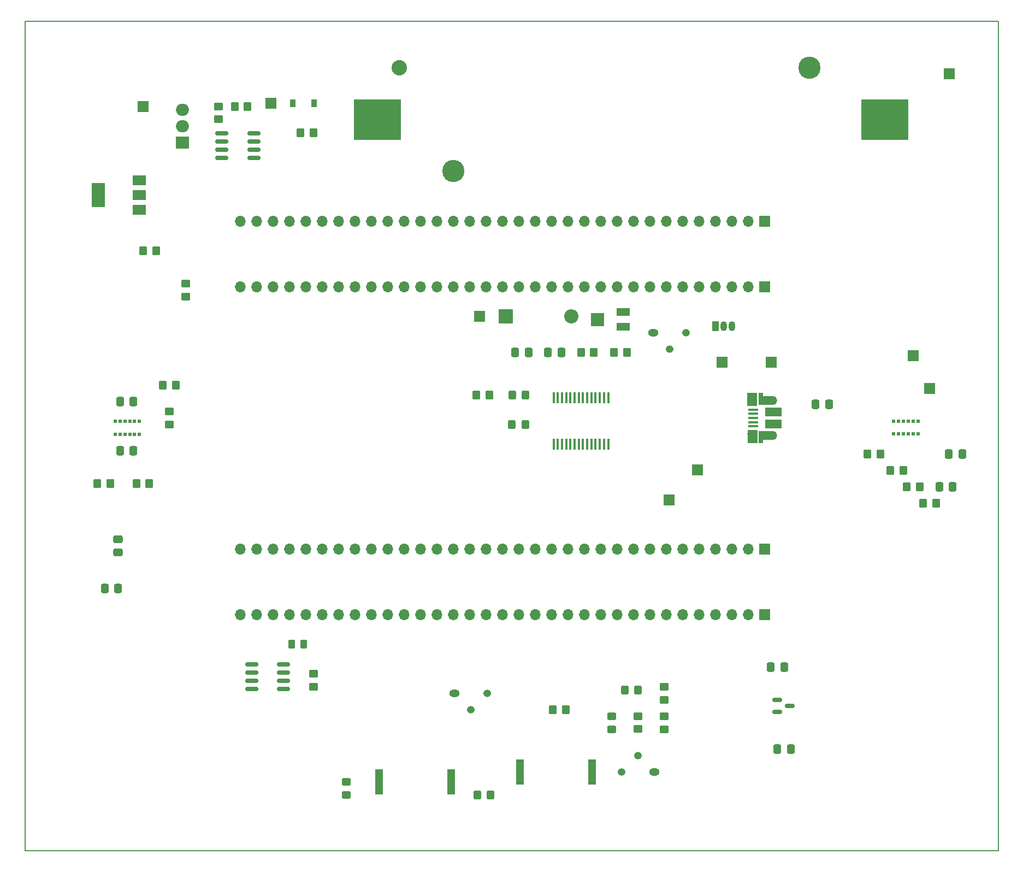
<source format=gbr>
%TF.GenerationSoftware,KiCad,Pcbnew,(6.0.2)*%
%TF.CreationDate,2022-03-20T20:15:49+02:00*%
%TF.ProjectId,main,6d61696e-2e6b-4696-9361-645f70636258,rev?*%
%TF.SameCoordinates,Original*%
%TF.FileFunction,Soldermask,Top*%
%TF.FilePolarity,Negative*%
%FSLAX46Y46*%
G04 Gerber Fmt 4.6, Leading zero omitted, Abs format (unit mm)*
G04 Created by KiCad (PCBNEW (6.0.2)) date 2022-03-20 20:15:49*
%MOMM*%
%LPD*%
G01*
G04 APERTURE LIST*
G04 Aperture macros list*
%AMRoundRect*
0 Rectangle with rounded corners*
0 $1 Rounding radius*
0 $2 $3 $4 $5 $6 $7 $8 $9 X,Y pos of 4 corners*
0 Add a 4 corners polygon primitive as box body*
4,1,4,$2,$3,$4,$5,$6,$7,$8,$9,$2,$3,0*
0 Add four circle primitives for the rounded corners*
1,1,$1+$1,$2,$3*
1,1,$1+$1,$4,$5*
1,1,$1+$1,$6,$7*
1,1,$1+$1,$8,$9*
0 Add four rect primitives between the rounded corners*
20,1,$1+$1,$2,$3,$4,$5,0*
20,1,$1+$1,$4,$5,$6,$7,0*
20,1,$1+$1,$6,$7,$8,$9,0*
20,1,$1+$1,$8,$9,$2,$3,0*%
G04 Aperture macros list end*
%TA.AperFunction,Profile*%
%ADD10C,0.200000*%
%TD*%
%ADD11R,1.700000X1.700000*%
%ADD12RoundRect,0.250000X-0.325000X-0.450000X0.325000X-0.450000X0.325000X0.450000X-0.325000X0.450000X0*%
%ADD13RoundRect,0.250000X0.475000X-0.337500X0.475000X0.337500X-0.475000X0.337500X-0.475000X-0.337500X0*%
%ADD14RoundRect,0.250000X-0.337500X-0.475000X0.337500X-0.475000X0.337500X0.475000X-0.337500X0.475000X0*%
%ADD15RoundRect,0.250000X-0.450000X0.350000X-0.450000X-0.350000X0.450000X-0.350000X0.450000X0.350000X0*%
%ADD16RoundRect,0.150000X-0.587500X-0.150000X0.587500X-0.150000X0.587500X0.150000X-0.587500X0.150000X0*%
%ADD17R,0.450000X1.750000*%
%ADD18RoundRect,0.250000X-0.350000X-0.450000X0.350000X-0.450000X0.350000X0.450000X-0.350000X0.450000X0*%
%ADD19RoundRect,0.250000X0.350000X0.450000X-0.350000X0.450000X-0.350000X-0.450000X0.350000X-0.450000X0*%
%ADD20RoundRect,0.250000X0.450000X-0.350000X0.450000X0.350000X-0.450000X0.350000X-0.450000X-0.350000X0*%
%ADD21R,2.000000X1.300000*%
%ADD22R,2.000000X2.000000*%
%ADD23R,2.000000X1.500000*%
%ADD24R,2.000000X3.800000*%
%ADD25O,1.050000X1.500000*%
%ADD26R,1.050000X1.500000*%
%ADD27O,1.700000X1.700000*%
%ADD28RoundRect,0.250000X-0.450000X0.325000X-0.450000X-0.325000X0.450000X-0.325000X0.450000X0.325000X0*%
%ADD29R,2.000000X1.905000*%
%ADD30O,2.000000X1.905000*%
%ADD31R,7.340000X6.350000*%
%ADD32C,2.390000*%
%ADD33C,3.450000*%
%ADD34R,2.000000X1.350000*%
%ADD35R,0.700000X1.825000*%
%ADD36R,1.500000X2.000000*%
%ADD37O,1.700000X1.350000*%
%ADD38R,2.500000X1.430000*%
%ADD39O,1.500000X1.100000*%
%ADD40R,1.650000X0.400000*%
%ADD41RoundRect,0.150000X-0.825000X-0.150000X0.825000X-0.150000X0.825000X0.150000X-0.825000X0.150000X0*%
%ADD42R,0.900000X1.200000*%
%ADD43RoundRect,0.250000X0.450000X-0.325000X0.450000X0.325000X-0.450000X0.325000X-0.450000X-0.325000X0*%
%ADD44O,1.200000X1.200000*%
%ADD45O,1.600000X1.200000*%
%ADD46RoundRect,0.250000X0.337500X0.475000X-0.337500X0.475000X-0.337500X-0.475000X0.337500X-0.475000X0*%
%ADD47R,1.200000X4.000000*%
%ADD48R,0.550000X0.600000*%
%ADD49RoundRect,0.250000X0.262500X0.450000X-0.262500X0.450000X-0.262500X-0.450000X0.262500X-0.450000X0*%
%ADD50R,2.200000X2.200000*%
%ADD51O,2.200000X2.200000*%
G04 APERTURE END LIST*
D10*
X210820000Y-15748000D02*
X59944000Y-15748000D01*
X59944000Y-15748000D02*
X59944000Y-144272000D01*
X59944000Y-144272000D02*
X210820000Y-144272000D01*
X210820000Y-144272000D02*
X210820000Y-15748000D01*
D11*
%TO.C,TP10*%
X203200000Y-23876000D03*
%TD*%
D12*
%TO.C,D10*%
X132089000Y-135636000D03*
X130039000Y-135636000D03*
%TD*%
D13*
%TO.C,C9*%
X74352000Y-95986500D03*
X74352000Y-98061500D03*
%TD*%
D14*
%TO.C,C7*%
X74676000Y-74676000D03*
X76751000Y-74676000D03*
%TD*%
%TO.C,C1*%
X177616000Y-115828000D03*
X175541000Y-115828000D03*
%TD*%
%TO.C,C3*%
X138013500Y-67060000D03*
X135938500Y-67060000D03*
%TD*%
D15*
%TO.C,R3*%
X89900000Y-28956000D03*
X89900000Y-30956000D03*
%TD*%
D14*
%TO.C,C5*%
X201654500Y-87884000D03*
X203729500Y-87884000D03*
%TD*%
D11*
%TO.C,TP3*%
X78216000Y-28956000D03*
%TD*%
D16*
%TO.C,U2*%
X176578500Y-120908000D03*
X176578500Y-122808000D03*
X178453500Y-121858000D03*
%TD*%
D17*
%TO.C,U8*%
X141895000Y-74128000D03*
X142545000Y-74128000D03*
X143195000Y-74128000D03*
X143845000Y-74128000D03*
X144495000Y-74128000D03*
X145145000Y-74128000D03*
X145795000Y-74128000D03*
X146445000Y-74128000D03*
X147095000Y-74128000D03*
X147745000Y-74128000D03*
X148395000Y-74128000D03*
X149045000Y-74128000D03*
X149695000Y-74128000D03*
X150345000Y-74128000D03*
X150345000Y-81328000D03*
X149695000Y-81328000D03*
X149045000Y-81328000D03*
X148395000Y-81328000D03*
X147745000Y-81328000D03*
X147095000Y-81328000D03*
X146445000Y-81328000D03*
X145795000Y-81328000D03*
X145145000Y-81328000D03*
X144495000Y-81328000D03*
X143845000Y-81328000D03*
X143195000Y-81328000D03*
X142545000Y-81328000D03*
X141895000Y-81328000D03*
%TD*%
D18*
%TO.C,R12*%
X146136000Y-67060000D03*
X148136000Y-67060000D03*
%TD*%
%TO.C,R9*%
X199152000Y-90424000D03*
X201152000Y-90424000D03*
%TD*%
%TO.C,R10*%
X77216000Y-87376000D03*
X79216000Y-87376000D03*
%TD*%
D11*
%TO.C,TP2*%
X130372000Y-61472000D03*
%TD*%
%TO.C,TP1*%
X98028000Y-28448000D03*
%TD*%
D15*
%TO.C,R22*%
X84836000Y-56404000D03*
X84836000Y-58404000D03*
%TD*%
%TO.C,R16*%
X159004000Y-125460000D03*
X159004000Y-123460000D03*
%TD*%
D19*
%TO.C,R4*%
X192532000Y-82804000D03*
X190532000Y-82804000D03*
%TD*%
D20*
%TO.C,R15*%
X158988000Y-118888000D03*
X158988000Y-120888000D03*
%TD*%
D14*
%TO.C,C6*%
X203157000Y-82804000D03*
X205232000Y-82804000D03*
%TD*%
%TO.C,C8*%
X74676000Y-82296000D03*
X76751000Y-82296000D03*
%TD*%
D21*
%TO.C,RV2*%
X152692000Y-60830000D03*
D22*
X148692000Y-61980000D03*
D21*
X152692000Y-63130000D03*
%TD*%
D23*
%TO.C,U7*%
X77642000Y-44976000D03*
X77642000Y-42676000D03*
D24*
X71342000Y-42676000D03*
D23*
X77642000Y-40376000D03*
%TD*%
D25*
%TO.C,U4*%
X169488000Y-62996000D03*
X168218000Y-62996000D03*
D26*
X166948000Y-62996000D03*
%TD*%
D11*
%TO.C,TP4*%
X167964000Y-68584000D03*
%TD*%
D19*
%TO.C,R17*%
X141748000Y-122428000D03*
X143748000Y-122428000D03*
%TD*%
D11*
%TO.C,J2*%
X174568000Y-56925000D03*
D27*
X172028000Y-56925000D03*
X169488000Y-56925000D03*
X166948000Y-56925000D03*
X164408000Y-56925000D03*
X161868000Y-56925000D03*
X159328000Y-56925000D03*
X156788000Y-56925000D03*
X154248000Y-56925000D03*
X151708000Y-56925000D03*
X149168000Y-56925000D03*
X146628000Y-56925000D03*
X144088000Y-56925000D03*
X141548000Y-56925000D03*
X139008000Y-56925000D03*
X136468000Y-56925000D03*
X133928000Y-56925000D03*
X131388000Y-56925000D03*
X128848000Y-56925000D03*
X126308000Y-56925000D03*
X123768000Y-56925000D03*
X121228000Y-56925000D03*
X118688000Y-56925000D03*
X116148000Y-56925000D03*
X113608000Y-56925000D03*
X111068000Y-56925000D03*
X108528000Y-56925000D03*
X105988000Y-56925000D03*
X103448000Y-56925000D03*
X100908000Y-56925000D03*
X98368000Y-56925000D03*
X95828000Y-56925000D03*
X93288000Y-56925000D03*
%TD*%
D28*
%TO.C,D11*%
X109728000Y-133595000D03*
X109728000Y-135645000D03*
%TD*%
D29*
%TO.C,Q1*%
X84312000Y-34544000D03*
D30*
X84312000Y-32004000D03*
X84312000Y-29464000D03*
%TD*%
D31*
%TO.C,BT1*%
X193254000Y-30988000D03*
X114594000Y-30988000D03*
D32*
X117994000Y-22988000D03*
D33*
X126324000Y-38988000D03*
X181524000Y-22988000D03*
%TD*%
D18*
%TO.C,R6*%
X131896000Y-73664000D03*
X129896000Y-73664000D03*
%TD*%
D34*
%TO.C,J5*%
X174753000Y-74495000D03*
D35*
X174003000Y-74245000D03*
D36*
X172683000Y-74345000D03*
D37*
X175683000Y-74515000D03*
D38*
X175953000Y-76285000D03*
D36*
X172703000Y-80095000D03*
D38*
X175953000Y-78205000D03*
D39*
X172683000Y-74825000D03*
D37*
X175683000Y-79975000D03*
D35*
X174003000Y-80195000D03*
D34*
X174753000Y-79975000D03*
D39*
X172683000Y-79665000D03*
D40*
X172803000Y-75945000D03*
X172803000Y-76595000D03*
X172803000Y-77245000D03*
X172803000Y-77895000D03*
X172803000Y-78545000D03*
%TD*%
D20*
%TO.C,R18*%
X104648000Y-116856000D03*
X104648000Y-118856000D03*
%TD*%
D41*
%TO.C,U1*%
X90473000Y-33147000D03*
X90473000Y-34417000D03*
X90473000Y-35687000D03*
X90473000Y-36957000D03*
X95423000Y-36957000D03*
X95423000Y-35687000D03*
X95423000Y-34417000D03*
X95423000Y-33147000D03*
%TD*%
D42*
%TO.C,D1*%
X104758000Y-28448000D03*
X101458000Y-28448000D03*
%TD*%
D41*
%TO.C,U5*%
X100011000Y-115443000D03*
X100011000Y-116713000D03*
X100011000Y-117983000D03*
X100011000Y-119253000D03*
X95061000Y-119253000D03*
X95061000Y-117983000D03*
X95061000Y-116713000D03*
X95061000Y-115443000D03*
%TD*%
D11*
%TO.C,TP9*%
X200152000Y-72644000D03*
%TD*%
D18*
%TO.C,R5*%
X194072000Y-85344000D03*
X196072000Y-85344000D03*
%TD*%
D11*
%TO.C,J1*%
X174568000Y-46740000D03*
D27*
X172028000Y-46740000D03*
X169488000Y-46740000D03*
X166948000Y-46740000D03*
X164408000Y-46740000D03*
X161868000Y-46740000D03*
X159328000Y-46740000D03*
X156788000Y-46740000D03*
X154248000Y-46740000D03*
X151708000Y-46740000D03*
X149168000Y-46740000D03*
X146628000Y-46740000D03*
X144088000Y-46740000D03*
X141548000Y-46740000D03*
X139008000Y-46740000D03*
X136468000Y-46740000D03*
X133928000Y-46740000D03*
X131388000Y-46740000D03*
X128848000Y-46740000D03*
X126308000Y-46740000D03*
X123768000Y-46740000D03*
X121228000Y-46740000D03*
X118688000Y-46740000D03*
X116148000Y-46740000D03*
X113608000Y-46740000D03*
X111068000Y-46740000D03*
X108528000Y-46740000D03*
X105988000Y-46740000D03*
X103448000Y-46740000D03*
X100908000Y-46740000D03*
X98368000Y-46740000D03*
X95828000Y-46740000D03*
X93288000Y-46740000D03*
%TD*%
D43*
%TO.C,D8*%
X150876000Y-123435000D03*
X150876000Y-125485000D03*
%TD*%
D44*
%TO.C,Q5*%
X152400000Y-132080000D03*
X154940000Y-129540000D03*
D45*
X157480000Y-132080000D03*
%TD*%
D18*
%TO.C,R7*%
X196612000Y-87884000D03*
X198612000Y-87884000D03*
%TD*%
D14*
%TO.C,C4*%
X143072000Y-67060000D03*
X140997000Y-67060000D03*
%TD*%
D44*
%TO.C,Q6*%
X131572000Y-119888000D03*
X129032000Y-122428000D03*
D45*
X126492000Y-119888000D03*
%TD*%
D12*
%TO.C,D2*%
X135443000Y-73664000D03*
X137493000Y-73664000D03*
%TD*%
D19*
%TO.C,R20*%
X81296000Y-72136000D03*
X83296000Y-72136000D03*
%TD*%
D12*
%TO.C,D9*%
X154949000Y-119380000D03*
X152899000Y-119380000D03*
%TD*%
D11*
%TO.C,J4*%
X174568000Y-107700000D03*
D27*
X172028000Y-107700000D03*
X169488000Y-107700000D03*
X166948000Y-107700000D03*
X164408000Y-107700000D03*
X161868000Y-107700000D03*
X159328000Y-107700000D03*
X156788000Y-107700000D03*
X154248000Y-107700000D03*
X151708000Y-107700000D03*
X149168000Y-107700000D03*
X146628000Y-107700000D03*
X144088000Y-107700000D03*
X141548000Y-107700000D03*
X139008000Y-107700000D03*
X136468000Y-107700000D03*
X133928000Y-107700000D03*
X131388000Y-107700000D03*
X128848000Y-107700000D03*
X126308000Y-107700000D03*
X123768000Y-107700000D03*
X121228000Y-107700000D03*
X118688000Y-107700000D03*
X116148000Y-107700000D03*
X113608000Y-107700000D03*
X111068000Y-107700000D03*
X108528000Y-107700000D03*
X105988000Y-107700000D03*
X103448000Y-107700000D03*
X100908000Y-107700000D03*
X98368000Y-107700000D03*
X95828000Y-107700000D03*
X93288000Y-107700000D03*
%TD*%
D18*
%TO.C,R2*%
X102632000Y-33020000D03*
X104632000Y-33020000D03*
%TD*%
D15*
%TO.C,R14*%
X154940000Y-125444000D03*
X154940000Y-123444000D03*
%TD*%
D11*
%TO.C,TP8*%
X197612000Y-67564000D03*
%TD*%
D46*
%TO.C,C10*%
X72298500Y-103628000D03*
X74373500Y-103628000D03*
%TD*%
D47*
%TO.C,BZ2*%
X125996000Y-133604000D03*
X114796000Y-133604000D03*
%TD*%
D48*
%TO.C,U6*%
X73926000Y-79756000D03*
X74676000Y-79756000D03*
X75426000Y-79756000D03*
X76176000Y-79756000D03*
X76926000Y-79756000D03*
X77676000Y-79756000D03*
X77676000Y-77756000D03*
X76926000Y-77756000D03*
X76176000Y-77756000D03*
X75426000Y-77756000D03*
X74676000Y-77756000D03*
X73926000Y-77756000D03*
%TD*%
D11*
%TO.C,TP6*%
X175584000Y-68584000D03*
%TD*%
D48*
%TO.C,U3*%
X198362000Y-77724000D03*
X197612000Y-77724000D03*
X196862000Y-77724000D03*
X196112000Y-77724000D03*
X195362000Y-77724000D03*
X194612000Y-77724000D03*
X194612000Y-79724000D03*
X195362000Y-79724000D03*
X196112000Y-79724000D03*
X196862000Y-79724000D03*
X197612000Y-79724000D03*
X198362000Y-79724000D03*
%TD*%
D47*
%TO.C,BZ1*%
X147840000Y-132080000D03*
X136640000Y-132080000D03*
%TD*%
D11*
%TO.C,J3*%
X174568000Y-97540000D03*
D27*
X172028000Y-97540000D03*
X169488000Y-97540000D03*
X166948000Y-97540000D03*
X164408000Y-97540000D03*
X161868000Y-97540000D03*
X159328000Y-97540000D03*
X156788000Y-97540000D03*
X154248000Y-97540000D03*
X151708000Y-97540000D03*
X149168000Y-97540000D03*
X146628000Y-97540000D03*
X144088000Y-97540000D03*
X141548000Y-97540000D03*
X139008000Y-97540000D03*
X136468000Y-97540000D03*
X133928000Y-97540000D03*
X131388000Y-97540000D03*
X128848000Y-97540000D03*
X126308000Y-97540000D03*
X123768000Y-97540000D03*
X121228000Y-97540000D03*
X118688000Y-97540000D03*
X116148000Y-97540000D03*
X113608000Y-97540000D03*
X111068000Y-97540000D03*
X108528000Y-97540000D03*
X105988000Y-97540000D03*
X103448000Y-97540000D03*
X100908000Y-97540000D03*
X98368000Y-97540000D03*
X95828000Y-97540000D03*
X93288000Y-97540000D03*
%TD*%
D15*
%TO.C,R11*%
X82296000Y-76216000D03*
X82296000Y-78216000D03*
%TD*%
D45*
%TO.C,Q4*%
X157296000Y-64012000D03*
D44*
X159836000Y-66552000D03*
X162376000Y-64012000D03*
%TD*%
D18*
%TO.C,R1*%
X92456000Y-28956000D03*
X94456000Y-28956000D03*
%TD*%
%TO.C,R8*%
X80264000Y-51308000D03*
X78264000Y-51308000D03*
%TD*%
D11*
%TO.C,TP7*%
X159758000Y-89920000D03*
%TD*%
D18*
%TO.C,R13*%
X151232000Y-67060000D03*
X153232000Y-67060000D03*
%TD*%
D14*
%TO.C,C11*%
X182499500Y-75094000D03*
X184574500Y-75094000D03*
%TD*%
D49*
%TO.C,R19*%
X101299000Y-112268000D03*
X103124000Y-112268000D03*
%TD*%
D19*
%TO.C,R21*%
X71136000Y-87376000D03*
X73136000Y-87376000D03*
%TD*%
D50*
%TO.C,D7*%
X134436000Y-61472000D03*
D51*
X144596000Y-61472000D03*
%TD*%
D12*
%TO.C,D3*%
X135434000Y-78236000D03*
X137484000Y-78236000D03*
%TD*%
D14*
%TO.C,C2*%
X176578500Y-128528000D03*
X178653500Y-128528000D03*
%TD*%
D11*
%TO.C,TP11*%
X164158000Y-85270000D03*
%TD*%
M02*

</source>
